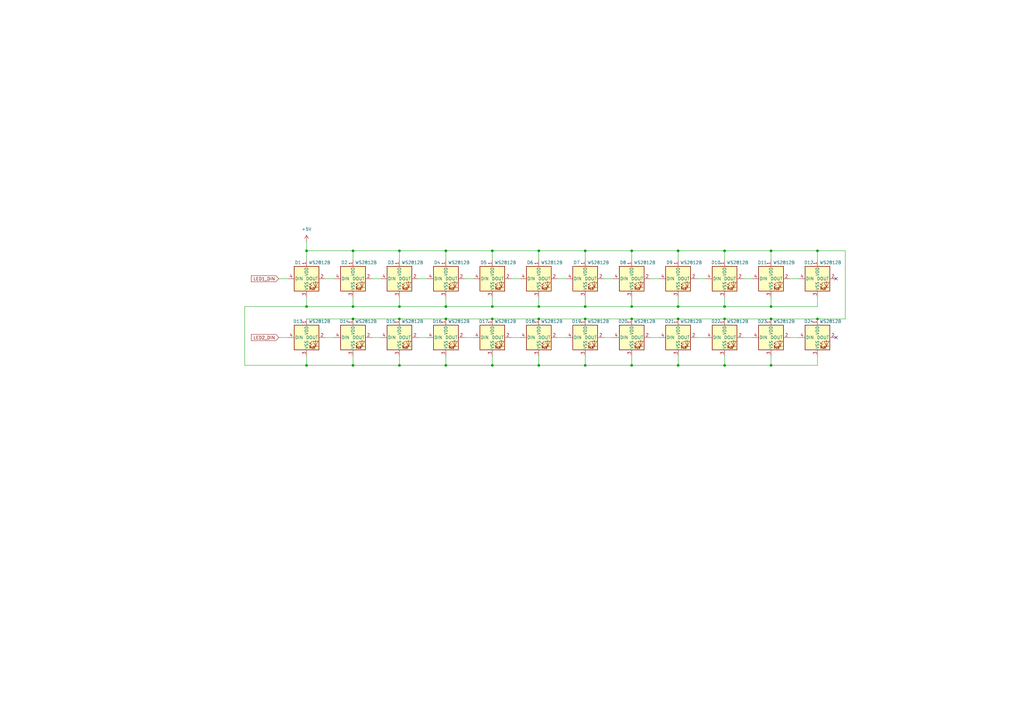
<source format=kicad_sch>
(kicad_sch (version 20231120) (generator "eeschema") (generator_version "8.0")
  (paper "A3")
  (lib_symbols
    (symbol "LED:WS2812B" (pin_names (offset 0.254))
      (property "Reference" "D" (at 5.08 5.715 0))
      (property "Value" "WS2812B" (at 1.27 -5.715 0))
      (symbol "WS2812B_0_0"
        (text "RGB" (at 2.286 -4.191 0) (effects (font (size 0.762 0.762))))
      )
      (symbol "WS2812B_0_1"
        (polyline (pts (xy 1.27 -3.556) (xy 1.778 -3.556)))
        (polyline (pts (xy 1.27 -2.54) (xy 1.778 -2.54)))
        (polyline (pts (xy 4.699 -3.556) (xy 2.667 -3.556)))
        (polyline (pts (xy 2.286 -2.54) (xy 1.27 -3.556) (xy 1.27 -3.048)))
        (polyline (pts (xy 2.286 -1.524) (xy 1.27 -2.54) (xy 1.27 -2.032)))
        (polyline (pts (xy 3.683 -1.016) (xy 3.683 -3.556) (xy 3.683 -4.064)))
        (polyline (pts (xy 4.699 -1.524) (xy 2.667 -1.524) (xy 3.683 -3.556) (xy 4.699 -1.524)))
        (rectangle (start 5.08 5.08) (end -5.08 -5.08) (stroke (width 0.254)) (fill (type background)))
      )
      (symbol "WS2812B_1_1"
        (pin power_in line (at 0 7.62 270) (length 2.54) (name "VDD") (number "1"))
        (pin output line (at 7.62 0 180) (length 2.54) (name "DOUT") (number "2"))
        (pin power_in line (at 0 -7.62 90) (length 2.54) (name "VSS") (number "3"))
        (pin input line (at -7.62 0 0) (length 2.54) (name "DIN") (number "4"))
      )
    )
    (symbol "power:+5V" (power) (pin_numbers hide) (pin_names (offset 0) hide)
      (property "Value" "+5V" (at 0 3.556 0))
      (symbol "+5V_0_1"
        (polyline (pts (xy -0.762 1.27) (xy 0 2.54)))
        (polyline (pts (xy 0 0) (xy 0 2.54)))
        (polyline (pts (xy 0 2.54) (xy 0.762 1.27)))
      )
      (symbol "+5V_1_1"
        (pin power_in line (at 0 0 90) (length 0) (name "~") (number "1"))
      )
    )
  )
  (junction (at 278.13 102.87))
  (junction (at 182.88 102.87))
  (junction (at 144.78 130.81))
  (junction (at 297.18 125.73))
  (junction (at 297.18 149.86))
  (junction (at 163.83 125.73))
  (junction (at 125.73 149.86))
  (junction (at 240.03 125.73))
  (junction (at 163.83 130.81))
  (junction (at 259.08 102.87))
  (junction (at 144.78 149.86))
  (junction (at 278.13 130.81))
  (junction (at 163.83 102.87))
  (junction (at 201.93 102.87))
  (junction (at 240.03 102.87))
  (junction (at 182.88 149.86))
  (junction (at 240.03 149.86))
  (junction (at 316.23 102.87))
  (junction (at 125.73 102.87))
  (junction (at 240.03 130.81))
  (junction (at 144.78 102.87))
  (junction (at 259.08 149.86))
  (junction (at 182.88 125.73))
  (junction (at 125.73 125.73))
  (junction (at 220.98 130.81))
  (junction (at 259.08 125.73))
  (junction (at 335.28 102.87))
  (junction (at 316.23 149.86))
  (junction (at 163.83 149.86))
  (junction (at 278.13 125.73))
  (junction (at 201.93 149.86))
  (junction (at 220.98 125.73))
  (junction (at 220.98 102.87))
  (junction (at 297.18 130.81))
  (junction (at 297.18 102.87))
  (junction (at 259.08 130.81))
  (junction (at 201.93 125.73))
  (junction (at 201.93 130.81))
  (junction (at 316.23 125.73))
  (junction (at 335.28 130.81))
  (junction (at 316.23 130.81))
  (junction (at 220.98 149.86))
  (junction (at 144.78 125.73))
  (junction (at 182.88 130.81))
  (junction (at 278.13 149.86))
  (no_connect (at 342.9 138.43))
  (no_connect (at 342.9 114.3))
  (wire (pts (xy 247.65 138.43) (xy 251.46 138.43)))
  (wire (pts (xy 228.6 138.43) (xy 232.41 138.43)))
  (wire (pts (xy 201.93 125.73) (xy 220.98 125.73)))
  (wire (pts (xy 285.75 138.43) (xy 289.56 138.43)))
  (wire (pts (xy 240.03 125.73) (xy 259.08 125.73)))
  (wire (pts (xy 278.13 102.87) (xy 278.13 106.68)))
  (wire (pts (xy 114.3 114.3) (xy 118.11 114.3)))
  (wire (pts (xy 220.98 125.73) (xy 220.98 121.92)))
  (wire (pts (xy 125.73 102.87) (xy 144.78 102.87)))
  (wire (pts (xy 316.23 149.86) (xy 335.28 149.86)))
  (wire (pts (xy 259.08 149.86) (xy 278.13 149.86)))
  (wire (pts (xy 152.4 114.3) (xy 156.21 114.3)))
  (wire (pts (xy 125.73 149.86) (xy 144.78 149.86)))
  (wire (pts (xy 182.88 130.81) (xy 201.93 130.81)))
  (wire (pts (xy 304.8 138.43) (xy 308.61 138.43)))
  (wire (pts (xy 297.18 149.86) (xy 316.23 149.86)))
  (wire (pts (xy 201.93 149.86) (xy 201.93 146.05)))
  (wire (pts (xy 100.33 125.73) (xy 100.33 149.86)))
  (wire (pts (xy 144.78 102.87) (xy 163.83 102.87)))
  (wire (pts (xy 297.18 149.86) (xy 297.18 146.05)))
  (wire (pts (xy 125.73 125.73) (xy 144.78 125.73)))
  (wire (pts (xy 240.03 102.87) (xy 259.08 102.87)))
  (wire (pts (xy 285.75 114.3) (xy 289.56 114.3)))
  (wire (pts (xy 240.03 149.86) (xy 259.08 149.86)))
  (wire (pts (xy 125.73 146.05) (xy 125.73 149.86)))
  (wire (pts (xy 144.78 125.73) (xy 163.83 125.73)))
  (wire (pts (xy 240.03 102.87) (xy 240.03 106.68)))
  (wire (pts (xy 297.18 102.87) (xy 316.23 102.87)))
  (wire (pts (xy 163.83 125.73) (xy 182.88 125.73)))
  (wire (pts (xy 114.3 138.43) (xy 118.11 138.43)))
  (wire (pts (xy 316.23 102.87) (xy 316.23 106.68)))
  (wire (pts (xy 182.88 125.73) (xy 182.88 121.92)))
  (wire (pts (xy 278.13 125.73) (xy 278.13 121.92)))
  (wire (pts (xy 125.73 102.87) (xy 125.73 106.68)))
  (wire (pts (xy 335.28 130.81) (xy 346.71 130.81)))
  (wire (pts (xy 125.73 125.73) (xy 125.73 121.92)))
  (wire (pts (xy 190.5 138.43) (xy 194.31 138.43)))
  (wire (pts (xy 220.98 102.87) (xy 220.98 106.68)))
  (wire (pts (xy 259.08 130.81) (xy 278.13 130.81)))
  (wire (pts (xy 201.93 149.86) (xy 220.98 149.86)))
  (wire (pts (xy 323.85 114.3) (xy 327.66 114.3)))
  (wire (pts (xy 182.88 102.87) (xy 182.88 106.68)))
  (wire (pts (xy 297.18 125.73) (xy 316.23 125.73)))
  (wire (pts (xy 220.98 102.87) (xy 240.03 102.87)))
  (wire (pts (xy 297.18 130.81) (xy 316.23 130.81)))
  (wire (pts (xy 228.6 114.3) (xy 232.41 114.3)))
  (wire (pts (xy 278.13 102.87) (xy 297.18 102.87)))
  (wire (pts (xy 278.13 125.73) (xy 297.18 125.73)))
  (wire (pts (xy 100.33 149.86) (xy 125.73 149.86)))
  (wire (pts (xy 163.83 149.86) (xy 182.88 149.86)))
  (wire (pts (xy 220.98 130.81) (xy 240.03 130.81)))
  (wire (pts (xy 220.98 125.73) (xy 240.03 125.73)))
  (wire (pts (xy 125.73 130.81) (xy 144.78 130.81)))
  (wire (pts (xy 163.83 130.81) (xy 182.88 130.81)))
  (wire (pts (xy 220.98 149.86) (xy 220.98 146.05)))
  (wire (pts (xy 163.83 102.87) (xy 182.88 102.87)))
  (wire (pts (xy 278.13 130.81) (xy 297.18 130.81)))
  (wire (pts (xy 247.65 114.3) (xy 251.46 114.3)))
  (wire (pts (xy 133.35 138.43) (xy 137.16 138.43)))
  (wire (pts (xy 259.08 149.86) (xy 259.08 146.05)))
  (wire (pts (xy 278.13 149.86) (xy 278.13 146.05)))
  (wire (pts (xy 346.71 102.87) (xy 346.71 130.81)))
  (wire (pts (xy 323.85 138.43) (xy 327.66 138.43)))
  (wire (pts (xy 163.83 102.87) (xy 163.83 106.68)))
  (wire (pts (xy 220.98 149.86) (xy 240.03 149.86)))
  (wire (pts (xy 209.55 114.3) (xy 213.36 114.3)))
  (wire (pts (xy 144.78 149.86) (xy 144.78 146.05)))
  (wire (pts (xy 209.55 138.43) (xy 213.36 138.43)))
  (wire (pts (xy 316.23 125.73) (xy 335.28 125.73)))
  (wire (pts (xy 240.03 149.86) (xy 240.03 146.05)))
  (wire (pts (xy 335.28 102.87) (xy 346.71 102.87)))
  (wire (pts (xy 182.88 149.86) (xy 182.88 146.05)))
  (wire (pts (xy 316.23 130.81) (xy 335.28 130.81)))
  (wire (pts (xy 266.7 114.3) (xy 270.51 114.3)))
  (wire (pts (xy 171.45 138.43) (xy 175.26 138.43)))
  (wire (pts (xy 240.03 130.81) (xy 259.08 130.81)))
  (wire (pts (xy 201.93 102.87) (xy 201.93 106.68)))
  (wire (pts (xy 278.13 149.86) (xy 297.18 149.86)))
  (wire (pts (xy 171.45 114.3) (xy 175.26 114.3)))
  (wire (pts (xy 335.28 102.87) (xy 335.28 106.68)))
  (wire (pts (xy 190.5 114.3) (xy 194.31 114.3)))
  (wire (pts (xy 163.83 149.86) (xy 163.83 146.05)))
  (wire (pts (xy 304.8 114.3) (xy 308.61 114.3)))
  (wire (pts (xy 316.23 102.87) (xy 335.28 102.87)))
  (wire (pts (xy 125.73 99.06) (xy 125.73 102.87)))
  (wire (pts (xy 144.78 130.81) (xy 163.83 130.81)))
  (wire (pts (xy 335.28 125.73) (xy 335.28 121.92)))
  (wire (pts (xy 163.83 125.73) (xy 163.83 121.92)))
  (wire (pts (xy 144.78 102.87) (xy 144.78 106.68)))
  (wire (pts (xy 316.23 125.73) (xy 316.23 121.92)))
  (wire (pts (xy 259.08 125.73) (xy 259.08 121.92)))
  (wire (pts (xy 182.88 125.73) (xy 201.93 125.73)))
  (wire (pts (xy 144.78 125.73) (xy 144.78 121.92)))
  (wire (pts (xy 259.08 125.73) (xy 278.13 125.73)))
  (wire (pts (xy 266.7 138.43) (xy 270.51 138.43)))
  (wire (pts (xy 182.88 102.87) (xy 201.93 102.87)))
  (wire (pts (xy 297.18 125.73) (xy 297.18 121.92)))
  (wire (pts (xy 316.23 149.86) (xy 316.23 146.05)))
  (wire (pts (xy 201.93 125.73) (xy 201.93 121.92)))
  (wire (pts (xy 335.28 149.86) (xy 335.28 146.05)))
  (wire (pts (xy 240.03 125.73) (xy 240.03 121.92)))
  (wire (pts (xy 297.18 102.87) (xy 297.18 106.68)))
  (wire (pts (xy 182.88 149.86) (xy 201.93 149.86)))
  (wire (pts (xy 201.93 130.81) (xy 220.98 130.81)))
  (wire (pts (xy 201.93 102.87) (xy 220.98 102.87)))
  (wire (pts (xy 133.35 114.3) (xy 137.16 114.3)))
  (wire (pts (xy 100.33 125.73) (xy 125.73 125.73)))
  (wire (pts (xy 259.08 102.87) (xy 278.13 102.87)))
  (wire (pts (xy 144.78 149.86) (xy 163.83 149.86)))
  (wire (pts (xy 152.4 138.43) (xy 156.21 138.43)))
  (wire (pts (xy 259.08 102.87) (xy 259.08 106.68)))
  (global_label "LED2_DIN" (shape input) (at 114.3 138.43 180) (property "Intersheetrefs" "${INTERSHEET_REFS}" (effects (hide yes))))
  (global_label "LED1_DIN" (shape input) (at 114.3 114.3 180) (property "Intersheetrefs" "${INTERSHEET_REFS}" (effects (hide yes))))
  (symbol (lib_id "LED:WS2812B") (at 259.08 114.3 0) (unit 1)
    (property "Reference" "D8" (at 255.524 107.696 0))
    (property "Value" "WS2812B" (at 264.414 107.696 0))
    (property "Footprint" "LED_SMD:LED_WS2812B_PLCC4_5.0x5.0mm_P3.2mm" (effects (hide yes)))
    (property "Datasheet" "https://cdn-shop.adafruit.com/datasheets/WS2812B.pdf" (effects (hide yes)))
    (property "Description" "RGB LED with integrated controller" (effects (hide yes)))
  )
  (symbol (lib_id "LED:WS2812B") (at 259.08 138.43 0) (unit 1)
    (property "Reference" "D20" (at 255.524 131.826 0))
    (property "Value" "WS2812B" (at 264.414 131.826 0))
    (property "Footprint" "LED_SMD:LED_WS2812B_PLCC4_5.0x5.0mm_P3.2mm" (effects (hide yes)))
    (property "Datasheet" "https://cdn-shop.adafruit.com/datasheets/WS2812B.pdf" (effects (hide yes)))
    (property "Description" "RGB LED with integrated controller" (effects (hide yes)))
  )
  (symbol (lib_id "LED:WS2812B") (at 220.98 114.3 0) (unit 1)
    (property "Reference" "D6" (at 217.424 107.696 0))
    (property "Value" "WS2812B" (at 226.314 107.696 0))
    (property "Footprint" "LED_SMD:LED_WS2812B_PLCC4_5.0x5.0mm_P3.2mm" (effects (hide yes)))
    (property "Datasheet" "https://cdn-shop.adafruit.com/datasheets/WS2812B.pdf" (effects (hide yes)))
    (property "Description" "RGB LED with integrated controller" (effects (hide yes)))
  )
  (symbol (lib_id "LED:WS2812B") (at 163.83 138.43 0) (unit 1)
    (property "Reference" "D15" (at 160.274 131.826 0))
    (property "Value" "WS2812B" (at 169.164 131.826 0))
    (property "Footprint" "LED_SMD:LED_WS2812B_PLCC4_5.0x5.0mm_P3.2mm" (effects (hide yes)))
    (property "Datasheet" "https://cdn-shop.adafruit.com/datasheets/WS2812B.pdf" (effects (hide yes)))
    (property "Description" "RGB LED with integrated controller" (effects (hide yes)))
  )
  (symbol (lib_id "LED:WS2812B") (at 297.18 138.43 0) (unit 1)
    (property "Reference" "D22" (at 293.624 131.826 0))
    (property "Value" "WS2812B" (at 302.514 131.826 0))
    (property "Footprint" "LED_SMD:LED_WS2812B_PLCC4_5.0x5.0mm_P3.2mm" (effects (hide yes)))
    (property "Datasheet" "https://cdn-shop.adafruit.com/datasheets/WS2812B.pdf" (effects (hide yes)))
    (property "Description" "RGB LED with integrated controller" (effects (hide yes)))
  )
  (symbol (lib_id "LED:WS2812B") (at 220.98 138.43 0) (unit 1)
    (property "Reference" "D18" (at 217.424 131.826 0))
    (property "Value" "WS2812B" (at 226.314 131.826 0))
    (property "Footprint" "LED_SMD:LED_WS2812B_PLCC4_5.0x5.0mm_P3.2mm" (effects (hide yes)))
    (property "Datasheet" "https://cdn-shop.adafruit.com/datasheets/WS2812B.pdf" (effects (hide yes)))
    (property "Description" "RGB LED with integrated controller" (effects (hide yes)))
  )
  (symbol (lib_id "power:+5V") (at 125.73 99.06 0) (unit 1)
    (property "Reference" "#PWR05" (effects (hide yes)))
    (property "Value" "+5V" (at 125.73 93.98 0))
    (property "Description" "Power symbol creates a global label with name \"+5V\"" (effects (hide yes)))
  )
  (symbol (lib_id "LED:WS2812B") (at 182.88 114.3 0) (unit 1)
    (property "Reference" "D4" (at 179.324 107.696 0))
    (property "Value" "WS2812B" (at 188.214 107.696 0))
    (property "Footprint" "LED_SMD:LED_WS2812B_PLCC4_5.0x5.0mm_P3.2mm" (effects (hide yes)))
    (property "Datasheet" "https://cdn-shop.adafruit.com/datasheets/WS2812B.pdf" (effects (hide yes)))
    (property "Description" "RGB LED with integrated controller" (effects (hide yes)))
  )
  (symbol (lib_id "LED:WS2812B") (at 335.28 138.43 0) (unit 1)
    (property "Reference" "D24" (at 331.724 131.826 0))
    (property "Value" "WS2812B" (at 340.614 131.826 0))
    (property "Footprint" "LED_SMD:LED_WS2812B_PLCC4_5.0x5.0mm_P3.2mm" (effects (hide yes)))
    (property "Datasheet" "https://cdn-shop.adafruit.com/datasheets/WS2812B.pdf" (effects (hide yes)))
    (property "Description" "RGB LED with integrated controller" (effects (hide yes)))
  )
  (symbol (lib_id "LED:WS2812B") (at 240.03 114.3 0) (unit 1)
    (property "Reference" "D7" (at 236.474 107.696 0))
    (property "Value" "WS2812B" (at 245.364 107.696 0))
    (property "Footprint" "LED_SMD:LED_WS2812B_PLCC4_5.0x5.0mm_P3.2mm" (effects (hide yes)))
    (property "Datasheet" "https://cdn-shop.adafruit.com/datasheets/WS2812B.pdf" (effects (hide yes)))
    (property "Description" "RGB LED with integrated controller" (effects (hide yes)))
  )
  (symbol (lib_id "LED:WS2812B") (at 278.13 138.43 0) (unit 1)
    (property "Reference" "D21" (at 274.574 131.826 0))
    (property "Value" "WS2812B" (at 283.464 131.826 0))
    (property "Footprint" "LED_SMD:LED_WS2812B_PLCC4_5.0x5.0mm_P3.2mm" (effects (hide yes)))
    (property "Datasheet" "https://cdn-shop.adafruit.com/datasheets/WS2812B.pdf" (effects (hide yes)))
    (property "Description" "RGB LED with integrated controller" (effects (hide yes)))
  )
  (symbol (lib_id "LED:WS2812B") (at 144.78 138.43 0) (unit 1)
    (property "Reference" "D14" (at 141.224 131.826 0))
    (property "Value" "WS2812B" (at 150.114 131.826 0))
    (property "Footprint" "LED_SMD:LED_WS2812B_PLCC4_5.0x5.0mm_P3.2mm" (effects (hide yes)))
    (property "Datasheet" "https://cdn-shop.adafruit.com/datasheets/WS2812B.pdf" (effects (hide yes)))
    (property "Description" "RGB LED with integrated controller" (effects (hide yes)))
  )
  (symbol (lib_id "LED:WS2812B") (at 182.88 138.43 0) (unit 1)
    (property "Reference" "D16" (at 179.324 131.826 0))
    (property "Value" "WS2812B" (at 188.214 131.826 0))
    (property "Footprint" "LED_SMD:LED_WS2812B_PLCC4_5.0x5.0mm_P3.2mm" (effects (hide yes)))
    (property "Datasheet" "https://cdn-shop.adafruit.com/datasheets/WS2812B.pdf" (effects (hide yes)))
    (property "Description" "RGB LED with integrated controller" (effects (hide yes)))
  )
  (symbol (lib_id "LED:WS2812B") (at 125.73 138.43 0) (unit 1)
    (property "Reference" "D13" (at 122.174 131.826 0))
    (property "Value" "WS2812B" (at 131.064 131.826 0))
    (property "Footprint" "LED_SMD:LED_WS2812B_PLCC4_5.0x5.0mm_P3.2mm" (effects (hide yes)))
    (property "Datasheet" "https://cdn-shop.adafruit.com/datasheets/WS2812B.pdf" (effects (hide yes)))
    (property "Description" "RGB LED with integrated controller" (effects (hide yes)))
  )
  (symbol (lib_id "LED:WS2812B") (at 278.13 114.3 0) (unit 1)
    (property "Reference" "D9" (at 274.574 107.696 0))
    (property "Value" "WS2812B" (at 283.464 107.696 0))
    (property "Footprint" "LED_SMD:LED_WS2812B_PLCC4_5.0x5.0mm_P3.2mm" (effects (hide yes)))
    (property "Datasheet" "https://cdn-shop.adafruit.com/datasheets/WS2812B.pdf" (effects (hide yes)))
    (property "Description" "RGB LED with integrated controller" (effects (hide yes)))
  )
  (symbol (lib_id "LED:WS2812B") (at 125.73 114.3 0) (unit 1)
    (property "Reference" "D1" (at 122.174 107.696 0))
    (property "Value" "WS2812B" (at 131.064 107.696 0))
    (property "Footprint" "LED_SMD:LED_WS2812B_PLCC4_5.0x5.0mm_P3.2mm" (effects (hide yes)))
    (property "Datasheet" "https://cdn-shop.adafruit.com/datasheets/WS2812B.pdf" (effects (hide yes)))
    (property "Description" "RGB LED with integrated controller" (effects (hide yes)))
  )
  (symbol (lib_id "LED:WS2812B") (at 297.18 114.3 0) (unit 1)
    (property "Reference" "D10" (at 293.624 107.696 0))
    (property "Value" "WS2812B" (at 302.514 107.696 0))
    (property "Footprint" "LED_SMD:LED_WS2812B_PLCC4_5.0x5.0mm_P3.2mm" (effects (hide yes)))
    (property "Datasheet" "https://cdn-shop.adafruit.com/datasheets/WS2812B.pdf" (effects (hide yes)))
    (property "Description" "RGB LED with integrated controller" (effects (hide yes)))
  )
  (symbol (lib_id "LED:WS2812B") (at 316.23 138.43 0) (unit 1)
    (property "Reference" "D23" (at 312.674 131.826 0))
    (property "Value" "WS2812B" (at 321.564 131.826 0))
    (property "Footprint" "LED_SMD:LED_WS2812B_PLCC4_5.0x5.0mm_P3.2mm" (effects (hide yes)))
    (property "Datasheet" "https://cdn-shop.adafruit.com/datasheets/WS2812B.pdf" (effects (hide yes)))
    (property "Description" "RGB LED with integrated controller" (effects (hide yes)))
  )
  (symbol (lib_id "LED:WS2812B") (at 316.23 114.3 0) (unit 1)
    (property "Reference" "D11" (at 312.674 107.696 0))
    (property "Value" "WS2812B" (at 321.564 107.696 0))
    (property "Footprint" "LED_SMD:LED_WS2812B_PLCC4_5.0x5.0mm_P3.2mm" (effects (hide yes)))
    (property "Datasheet" "https://cdn-shop.adafruit.com/datasheets/WS2812B.pdf" (effects (hide yes)))
    (property "Description" "RGB LED with integrated controller" (effects (hide yes)))
  )
  (symbol (lib_id "LED:WS2812B") (at 144.78 114.3 0) (unit 1)
    (property "Reference" "D2" (at 141.224 107.696 0))
    (property "Value" "WS2812B" (at 150.114 107.696 0))
    (property "Footprint" "LED_SMD:LED_WS2812B_PLCC4_5.0x5.0mm_P3.2mm" (effects (hide yes)))
    (property "Datasheet" "https://cdn-shop.adafruit.com/datasheets/WS2812B.pdf" (effects (hide yes)))
    (property "Description" "RGB LED with integrated controller" (effects (hide yes)))
  )
  (symbol (lib_id "LED:WS2812B") (at 201.93 138.43 0) (unit 1)
    (property "Reference" "D17" (at 198.374 131.826 0))
    (property "Value" "WS2812B" (at 207.264 131.826 0))
    (property "Footprint" "LED_SMD:LED_WS2812B_PLCC4_5.0x5.0mm_P3.2mm" (effects (hide yes)))
    (property "Datasheet" "https://cdn-shop.adafruit.com/datasheets/WS2812B.pdf" (effects (hide yes)))
    (property "Description" "RGB LED with integrated controller" (effects (hide yes)))
  )
  (symbol (lib_id "LED:WS2812B") (at 201.93 114.3 0) (unit 1)
    (property "Reference" "D5" (at 198.374 107.696 0))
    (property "Value" "WS2812B" (at 207.264 107.696 0))
    (property "Footprint" "LED_SMD:LED_WS2812B_PLCC4_5.0x5.0mm_P3.2mm" (effects (hide yes)))
    (property "Datasheet" "https://cdn-shop.adafruit.com/datasheets/WS2812B.pdf" (effects (hide yes)))
    (property "Description" "RGB LED with integrated controller" (effects (hide yes)))
  )
  (symbol (lib_id "LED:WS2812B") (at 163.83 114.3 0) (unit 1)
    (property "Reference" "D3" (at 160.274 107.696 0))
    (property "Value" "WS2812B" (at 169.164 107.696 0))
    (property "Footprint" "LED_SMD:LED_WS2812B_PLCC4_5.0x5.0mm_P3.2mm" (effects (hide yes)))
    (property "Datasheet" "https://cdn-shop.adafruit.com/datasheets/WS2812B.pdf" (effects (hide yes)))
    (property "Description" "RGB LED with integrated controller" (effects (hide yes)))
  )
  (symbol (lib_id "LED:WS2812B") (at 335.28 114.3 0) (unit 1)
    (property "Reference" "D12" (at 331.724 107.696 0))
    (property "Value" "WS2812B" (at 340.614 107.696 0))
    (property "Footprint" "LED_SMD:LED_WS2812B_PLCC4_5.0x5.0mm_P3.2mm" (effects (hide yes)))
    (property "Datasheet" "https://cdn-shop.adafruit.com/datasheets/WS2812B.pdf" (effects (hide yes)))
    (property "Description" "RGB LED with integrated controller" (effects (hide yes)))
  )
  (symbol (lib_id "LED:WS2812B") (at 240.03 138.43 0) (unit 1)
    (property "Reference" "D19" (at 236.474 131.826 0))
    (property "Value" "WS2812B" (at 245.364 131.826 0))
    (property "Footprint" "LED_SMD:LED_WS2812B_PLCC4_5.0x5.0mm_P3.2mm" (effects (hide yes)))
    (property "Datasheet" "https://cdn-shop.adafruit.com/datasheets/WS2812B.pdf" (effects (hide yes)))
    (property "Description" "RGB LED with integrated controller" (effects (hide yes)))
  )
)
</source>
